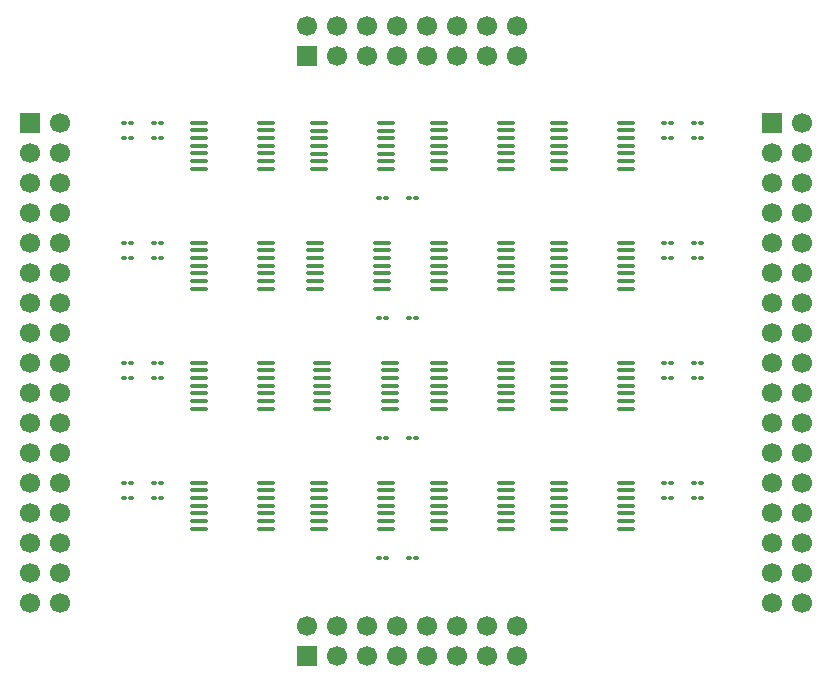
<source format=gts>
%TF.GenerationSoftware,KiCad,Pcbnew,9.0.2*%
%TF.CreationDate,2025-05-17T19:35:46+02:00*%
%TF.ProjectId,ALU,414c552e-6b69-4636-9164-5f7063625858,rev?*%
%TF.SameCoordinates,Original*%
%TF.FileFunction,Soldermask,Top*%
%TF.FilePolarity,Negative*%
%FSLAX46Y46*%
G04 Gerber Fmt 4.6, Leading zero omitted, Abs format (unit mm)*
G04 Created by KiCad (PCBNEW 9.0.2) date 2025-05-17 19:35:46*
%MOMM*%
%LPD*%
G01*
G04 APERTURE LIST*
G04 Aperture macros list*
%AMRoundRect*
0 Rectangle with rounded corners*
0 $1 Rounding radius*
0 $2 $3 $4 $5 $6 $7 $8 $9 X,Y pos of 4 corners*
0 Add a 4 corners polygon primitive as box body*
4,1,4,$2,$3,$4,$5,$6,$7,$8,$9,$2,$3,0*
0 Add four circle primitives for the rounded corners*
1,1,$1+$1,$2,$3*
1,1,$1+$1,$4,$5*
1,1,$1+$1,$6,$7*
1,1,$1+$1,$8,$9*
0 Add four rect primitives between the rounded corners*
20,1,$1+$1,$2,$3,$4,$5,0*
20,1,$1+$1,$4,$5,$6,$7,0*
20,1,$1+$1,$6,$7,$8,$9,0*
20,1,$1+$1,$8,$9,$2,$3,0*%
G04 Aperture macros list end*
%ADD10RoundRect,0.100000X0.130000X0.100000X-0.130000X0.100000X-0.130000X-0.100000X0.130000X-0.100000X0*%
%ADD11R,1.700000X1.700000*%
%ADD12C,1.700000*%
%ADD13RoundRect,0.100000X-0.637500X-0.100000X0.637500X-0.100000X0.637500X0.100000X-0.637500X0.100000X0*%
%ADD14RoundRect,0.100000X-0.130000X-0.100000X0.130000X-0.100000X0.130000X0.100000X-0.130000X0.100000X0*%
G04 APERTURE END LIST*
D10*
%TO.C,DS1*%
X138750000Y-60325000D03*
X138110000Y-60325000D03*
%TD*%
%TO.C,S2*%
X138750000Y-70485000D03*
X138110000Y-70485000D03*
%TD*%
D11*
%TO.C,JW01*%
X84455000Y-48895000D03*
D12*
X86995000Y-48895000D03*
X84455000Y-51435000D03*
X86995000Y-51435000D03*
X84455000Y-53975000D03*
X86995000Y-53975000D03*
X84455000Y-56515000D03*
X86995000Y-56515000D03*
X84455000Y-59055000D03*
X86995000Y-59055000D03*
X84455000Y-61595000D03*
X86995000Y-61595000D03*
X84455000Y-64135000D03*
X86995000Y-64135000D03*
X84455000Y-66675000D03*
X86995000Y-66675000D03*
X84455000Y-69215000D03*
X86995000Y-69215000D03*
X84455000Y-71755000D03*
X86995000Y-71755000D03*
X84455000Y-74295000D03*
X86995000Y-74295000D03*
X84455000Y-76835000D03*
X86995000Y-76835000D03*
X84455000Y-79375000D03*
X86995000Y-79375000D03*
X84455000Y-81915000D03*
X86995000Y-81915000D03*
X84455000Y-84455000D03*
X86995000Y-84455000D03*
X84455000Y-86995000D03*
X86995000Y-86995000D03*
X84455000Y-89535000D03*
X86995000Y-89535000D03*
%TD*%
D11*
%TO.C,JE01*%
X147320000Y-48895000D03*
D12*
X149860000Y-48895000D03*
X147320000Y-51435000D03*
X149860000Y-51435000D03*
X147320000Y-53975000D03*
X149860000Y-53975000D03*
X147320000Y-56515000D03*
X149860000Y-56515000D03*
X147320000Y-59055000D03*
X149860000Y-59055000D03*
X147320000Y-61595000D03*
X149860000Y-61595000D03*
X147320000Y-64135000D03*
X149860000Y-64135000D03*
X147320000Y-66675000D03*
X149860000Y-66675000D03*
X147320000Y-69215000D03*
X149860000Y-69215000D03*
X147320000Y-71755000D03*
X149860000Y-71755000D03*
X147320000Y-74295000D03*
X149860000Y-74295000D03*
X147320000Y-76835000D03*
X149860000Y-76835000D03*
X147320000Y-79375000D03*
X149860000Y-79375000D03*
X147320000Y-81915000D03*
X149860000Y-81915000D03*
X147320000Y-84455000D03*
X149860000Y-84455000D03*
X147320000Y-86995000D03*
X149860000Y-86995000D03*
X147320000Y-89535000D03*
X149860000Y-89535000D03*
%TD*%
D13*
%TO.C,U22*%
X109220000Y-69170000D03*
X109220000Y-69820000D03*
X109220000Y-70470000D03*
X109220000Y-71120000D03*
X109220000Y-71770000D03*
X109220000Y-72420000D03*
X109220000Y-73070000D03*
X114945000Y-73070000D03*
X114945000Y-72420000D03*
X114945000Y-71770000D03*
X114945000Y-71120000D03*
X114945000Y-70470000D03*
X114945000Y-69820000D03*
X114945000Y-69170000D03*
%TD*%
D14*
%TO.C,DC3*%
X116520000Y-85725000D03*
X117160000Y-85725000D03*
%TD*%
%TO.C,DB1*%
X94930000Y-60325000D03*
X95570000Y-60325000D03*
%TD*%
D10*
%TO.C,RC2*%
X114620000Y-75565000D03*
X113980000Y-75565000D03*
%TD*%
D14*
%TO.C,DC2*%
X116520000Y-75565000D03*
X117160000Y-75565000D03*
%TD*%
D13*
%TO.C,U34*%
X129217500Y-79330000D03*
X129217500Y-79980000D03*
X129217500Y-80630000D03*
X129217500Y-81280000D03*
X129217500Y-81930000D03*
X129217500Y-82580000D03*
X129217500Y-83230000D03*
X134942500Y-83230000D03*
X134942500Y-82580000D03*
X134942500Y-81930000D03*
X134942500Y-81280000D03*
X134942500Y-80630000D03*
X134942500Y-79980000D03*
X134942500Y-79330000D03*
%TD*%
%TO.C,U23*%
X119057500Y-69170000D03*
X119057500Y-69820000D03*
X119057500Y-70470000D03*
X119057500Y-71120000D03*
X119057500Y-71770000D03*
X119057500Y-72420000D03*
X119057500Y-73070000D03*
X124782500Y-73070000D03*
X124782500Y-72420000D03*
X124782500Y-71770000D03*
X124782500Y-71120000D03*
X124782500Y-70470000D03*
X124782500Y-69820000D03*
X124782500Y-69170000D03*
%TD*%
%TO.C,U12*%
X108585000Y-59010000D03*
X108585000Y-59660000D03*
X108585000Y-60310000D03*
X108585000Y-60960000D03*
X108585000Y-61610000D03*
X108585000Y-62260000D03*
X108585000Y-62910000D03*
X114310000Y-62910000D03*
X114310000Y-62260000D03*
X114310000Y-61610000D03*
X114310000Y-60960000D03*
X114310000Y-60310000D03*
X114310000Y-59660000D03*
X114310000Y-59010000D03*
%TD*%
D14*
%TO.C,DB3*%
X94930000Y-80645000D03*
X95570000Y-80645000D03*
%TD*%
D10*
%TO.C,RC1*%
X114620000Y-65405000D03*
X113980000Y-65405000D03*
%TD*%
D13*
%TO.C,U31*%
X98737500Y-79330000D03*
X98737500Y-79980000D03*
X98737500Y-80630000D03*
X98737500Y-81280000D03*
X98737500Y-81930000D03*
X98737500Y-82580000D03*
X98737500Y-83230000D03*
X104462500Y-83230000D03*
X104462500Y-82580000D03*
X104462500Y-81930000D03*
X104462500Y-81280000D03*
X104462500Y-80630000D03*
X104462500Y-79980000D03*
X104462500Y-79330000D03*
%TD*%
D14*
%TO.C,RS1*%
X140650000Y-60325000D03*
X141290000Y-60325000D03*
%TD*%
D10*
%TO.C,RA3*%
X93030000Y-79375000D03*
X92390000Y-79375000D03*
%TD*%
D14*
%TO.C,DA0*%
X94930000Y-48895000D03*
X95570000Y-48895000D03*
%TD*%
D13*
%TO.C,U11*%
X98737500Y-59010000D03*
X98737500Y-59660000D03*
X98737500Y-60310000D03*
X98737500Y-60960000D03*
X98737500Y-61610000D03*
X98737500Y-62260000D03*
X98737500Y-62910000D03*
X104462500Y-62910000D03*
X104462500Y-62260000D03*
X104462500Y-61610000D03*
X104462500Y-60960000D03*
X104462500Y-60310000D03*
X104462500Y-59660000D03*
X104462500Y-59010000D03*
%TD*%
D14*
%TO.C,RR0*%
X140650000Y-48895000D03*
X141290000Y-48895000D03*
%TD*%
%TO.C,DA3*%
X94930000Y-79375000D03*
X95570000Y-79375000D03*
%TD*%
D10*
%TO.C,RA1*%
X93030000Y-59055000D03*
X92390000Y-59055000D03*
%TD*%
%TO.C,S0*%
X138750000Y-50165000D03*
X138110000Y-50165000D03*
%TD*%
%TO.C,DR2*%
X138750000Y-69215000D03*
X138110000Y-69215000D03*
%TD*%
D14*
%TO.C,RR2*%
X140650000Y-69215000D03*
X141290000Y-69215000D03*
%TD*%
D10*
%TO.C,RC0*%
X114620000Y-55245000D03*
X113980000Y-55245000D03*
%TD*%
%TO.C,RA2*%
X93030000Y-69215000D03*
X92390000Y-69215000D03*
%TD*%
D13*
%TO.C,U32*%
X108897500Y-79330000D03*
X108897500Y-79980000D03*
X108897500Y-80630000D03*
X108897500Y-81280000D03*
X108897500Y-81930000D03*
X108897500Y-82580000D03*
X108897500Y-83230000D03*
X114622500Y-83230000D03*
X114622500Y-82580000D03*
X114622500Y-81930000D03*
X114622500Y-81280000D03*
X114622500Y-80630000D03*
X114622500Y-79980000D03*
X114622500Y-79330000D03*
%TD*%
%TO.C,U01*%
X98737500Y-48850000D03*
X98737500Y-49500000D03*
X98737500Y-50150000D03*
X98737500Y-50800000D03*
X98737500Y-51450000D03*
X98737500Y-52100000D03*
X98737500Y-52750000D03*
X104462500Y-52750000D03*
X104462500Y-52100000D03*
X104462500Y-51450000D03*
X104462500Y-50800000D03*
X104462500Y-50150000D03*
X104462500Y-49500000D03*
X104462500Y-48850000D03*
%TD*%
D14*
%TO.C,DC0*%
X116520000Y-55245000D03*
X117160000Y-55245000D03*
%TD*%
%TO.C,DA2*%
X94930000Y-69215000D03*
X95570000Y-69215000D03*
%TD*%
D13*
%TO.C,U24*%
X129217500Y-69170000D03*
X129217500Y-69820000D03*
X129217500Y-70470000D03*
X129217500Y-71120000D03*
X129217500Y-71770000D03*
X129217500Y-72420000D03*
X129217500Y-73070000D03*
X134942500Y-73070000D03*
X134942500Y-72420000D03*
X134942500Y-71770000D03*
X134942500Y-71120000D03*
X134942500Y-70470000D03*
X134942500Y-69820000D03*
X134942500Y-69170000D03*
%TD*%
%TO.C,U04*%
X129217500Y-48850000D03*
X129217500Y-49500000D03*
X129217500Y-50150000D03*
X129217500Y-50800000D03*
X129217500Y-51450000D03*
X129217500Y-52100000D03*
X129217500Y-52750000D03*
X134942500Y-52750000D03*
X134942500Y-52100000D03*
X134942500Y-51450000D03*
X134942500Y-50800000D03*
X134942500Y-50150000D03*
X134942500Y-49500000D03*
X134942500Y-48850000D03*
%TD*%
%TO.C,U21*%
X98737500Y-69170000D03*
X98737500Y-69820000D03*
X98737500Y-70470000D03*
X98737500Y-71120000D03*
X98737500Y-71770000D03*
X98737500Y-72420000D03*
X98737500Y-73070000D03*
X104462500Y-73070000D03*
X104462500Y-72420000D03*
X104462500Y-71770000D03*
X104462500Y-71120000D03*
X104462500Y-70470000D03*
X104462500Y-69820000D03*
X104462500Y-69170000D03*
%TD*%
D14*
%TO.C,RR3*%
X140650000Y-79375000D03*
X141290000Y-79375000D03*
%TD*%
%TO.C,DA1*%
X94930000Y-59055000D03*
X95570000Y-59055000D03*
%TD*%
D10*
%TO.C,RB0*%
X93030000Y-50165000D03*
X92390000Y-50165000D03*
%TD*%
%TO.C,RC3*%
X114620000Y-85725000D03*
X113980000Y-85725000D03*
%TD*%
%TO.C,DR1*%
X138750000Y-59055000D03*
X138110000Y-59055000D03*
%TD*%
%TO.C,RB1*%
X93030000Y-60325000D03*
X92390000Y-60325000D03*
%TD*%
D13*
%TO.C,U13*%
X119057500Y-59010000D03*
X119057500Y-59660000D03*
X119057500Y-60310000D03*
X119057500Y-60960000D03*
X119057500Y-61610000D03*
X119057500Y-62260000D03*
X119057500Y-62910000D03*
X124782500Y-62910000D03*
X124782500Y-62260000D03*
X124782500Y-61610000D03*
X124782500Y-60960000D03*
X124782500Y-60310000D03*
X124782500Y-59660000D03*
X124782500Y-59010000D03*
%TD*%
%TO.C,U03*%
X119057500Y-48850000D03*
X119057500Y-49500000D03*
X119057500Y-50150000D03*
X119057500Y-50800000D03*
X119057500Y-51450000D03*
X119057500Y-52100000D03*
X119057500Y-52750000D03*
X124782500Y-52750000D03*
X124782500Y-52100000D03*
X124782500Y-51450000D03*
X124782500Y-50800000D03*
X124782500Y-50150000D03*
X124782500Y-49500000D03*
X124782500Y-48850000D03*
%TD*%
D10*
%TO.C,DR0*%
X138750000Y-48895000D03*
X138110000Y-48895000D03*
%TD*%
%TO.C,DR3*%
X138750000Y-79375000D03*
X138110000Y-79375000D03*
%TD*%
D14*
%TO.C,DB0*%
X94930000Y-50165000D03*
X95570000Y-50165000D03*
%TD*%
D13*
%TO.C,U02*%
X108897500Y-48880000D03*
X108897500Y-49530000D03*
X108897500Y-50180000D03*
X108897500Y-50830000D03*
X108897500Y-51480000D03*
X108897500Y-52130000D03*
X108897500Y-52780000D03*
X114622500Y-52780000D03*
X114622500Y-52130000D03*
X114622500Y-51480000D03*
X114622500Y-50830000D03*
X114622500Y-50180000D03*
X114622500Y-49530000D03*
X114622500Y-48880000D03*
%TD*%
D14*
%TO.C,DC1*%
X116520000Y-65405000D03*
X117160000Y-65405000D03*
%TD*%
D11*
%TO.C,JS1*%
X107950000Y-93985000D03*
D12*
X107950000Y-91445000D03*
X110490000Y-93985000D03*
X110490000Y-91445000D03*
X113030000Y-93985000D03*
X113030000Y-91445000D03*
X115570000Y-93985000D03*
X115570000Y-91445000D03*
X118110000Y-93985000D03*
X118110000Y-91445000D03*
X120650000Y-93985000D03*
X120650000Y-91445000D03*
X123190000Y-93985000D03*
X123190000Y-91445000D03*
X125730000Y-93985000D03*
X125730000Y-91445000D03*
%TD*%
D14*
%TO.C,DB2*%
X94930000Y-70485000D03*
X95570000Y-70485000D03*
%TD*%
D13*
%TO.C,U14*%
X129217500Y-59010000D03*
X129217500Y-59660000D03*
X129217500Y-60310000D03*
X129217500Y-60960000D03*
X129217500Y-61610000D03*
X129217500Y-62260000D03*
X129217500Y-62910000D03*
X134942500Y-62910000D03*
X134942500Y-62260000D03*
X134942500Y-61610000D03*
X134942500Y-60960000D03*
X134942500Y-60310000D03*
X134942500Y-59660000D03*
X134942500Y-59010000D03*
%TD*%
D14*
%TO.C,RS3*%
X140650000Y-80645000D03*
X141290000Y-80645000D03*
%TD*%
D13*
%TO.C,U33*%
X119057500Y-79330000D03*
X119057500Y-79980000D03*
X119057500Y-80630000D03*
X119057500Y-81280000D03*
X119057500Y-81930000D03*
X119057500Y-82580000D03*
X119057500Y-83230000D03*
X124782500Y-83230000D03*
X124782500Y-82580000D03*
X124782500Y-81930000D03*
X124782500Y-81280000D03*
X124782500Y-80630000D03*
X124782500Y-79980000D03*
X124782500Y-79330000D03*
%TD*%
D14*
%TO.C,RR1*%
X140650000Y-59055000D03*
X141290000Y-59055000D03*
%TD*%
%TO.C,RS2*%
X140650000Y-70485000D03*
X141290000Y-70485000D03*
%TD*%
D11*
%TO.C,JN1*%
X107950000Y-43185000D03*
D12*
X107950000Y-40645000D03*
X110490000Y-43185000D03*
X110490000Y-40645000D03*
X113030000Y-43185000D03*
X113030000Y-40645000D03*
X115570000Y-43185000D03*
X115570000Y-40645000D03*
X118110000Y-43185000D03*
X118110000Y-40645000D03*
X120650000Y-43185000D03*
X120650000Y-40645000D03*
X123190000Y-43185000D03*
X123190000Y-40645000D03*
X125730000Y-43185000D03*
X125730000Y-40645000D03*
%TD*%
D10*
%TO.C,RA0*%
X93030000Y-48895000D03*
X92390000Y-48895000D03*
%TD*%
D14*
%TO.C,RS0*%
X140650000Y-50165000D03*
X141290000Y-50165000D03*
%TD*%
D10*
%TO.C,S3*%
X138750000Y-80645000D03*
X138110000Y-80645000D03*
%TD*%
%TO.C,RB2*%
X93030000Y-70485000D03*
X92390000Y-70485000D03*
%TD*%
%TO.C,RB3*%
X93030000Y-80645000D03*
X92390000Y-80645000D03*
%TD*%
M02*

</source>
